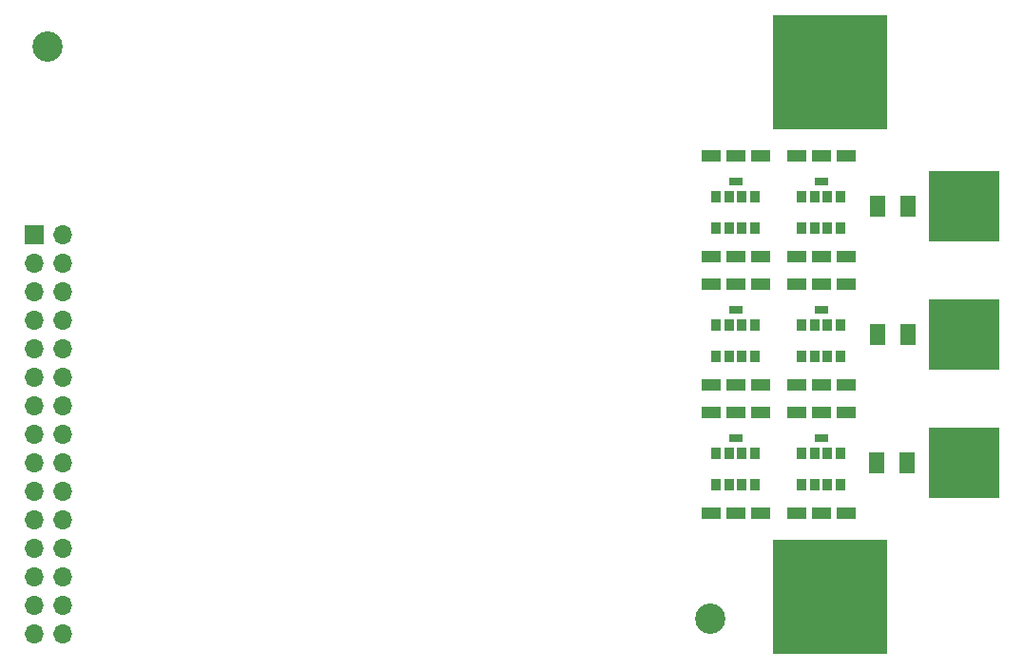
<source format=gbs>
%TF.GenerationSoftware,KiCad,Pcbnew,(5.1.7-0-10_14)*%
%TF.CreationDate,2021-01-04T14:16:26+09:00*%
%TF.ProjectId,rotomdriver,726f746f-6d64-4726-9976-65722e6b6963,rev?*%
%TF.SameCoordinates,Original*%
%TF.FileFunction,Soldermask,Bot*%
%TF.FilePolarity,Negative*%
%FSLAX46Y46*%
G04 Gerber Fmt 4.6, Leading zero omitted, Abs format (unit mm)*
G04 Created by KiCad (PCBNEW (5.1.7-0-10_14)) date 2021-01-04 14:16:26*
%MOMM*%
%LPD*%
G01*
G04 APERTURE LIST*
%ADD10C,2.700000*%
%ADD11R,1.700000X1.100000*%
%ADD12R,1.300000X0.700000*%
%ADD13R,0.850000X1.100000*%
%ADD14R,1.440000X1.870000*%
%ADD15C,1.143000*%
%ADD16R,10.160000X10.160000*%
%ADD17R,6.350000X6.350000*%
%ADD18R,1.700000X1.700000*%
%ADD19O,1.700000X1.700000*%
G04 APERTURE END LIST*
D10*
%TO.C,REF\u002A\u002A*%
X62000000Y-54000000D03*
%TD*%
%TO.C,REF\u002A\u002A*%
X3000000Y-3000000D03*
%TD*%
D11*
%TO.C,Q4*%
X62062000Y-21771999D03*
X64262000Y-21771999D03*
X66462000Y-21771999D03*
X62062000Y-12771999D03*
X64262000Y-12771999D03*
X66462000Y-12771999D03*
D12*
X64262000Y-15021999D03*
D13*
X62536999Y-16421999D03*
X63686999Y-16421999D03*
X64836999Y-16421999D03*
X65986999Y-16421999D03*
X62536999Y-19221999D03*
X63686999Y-19221999D03*
X64836999Y-19221999D03*
X65986999Y-19221999D03*
%TD*%
D11*
%TO.C,Q2*%
X69682000Y-33201999D03*
X71882000Y-33201999D03*
X74082000Y-33201999D03*
X69682000Y-24201999D03*
X71882000Y-24201999D03*
X74082000Y-24201999D03*
D12*
X71882000Y-26451999D03*
D13*
X70156999Y-27851999D03*
X71306999Y-27851999D03*
X72456999Y-27851999D03*
X73606999Y-27851999D03*
X70156999Y-30651999D03*
X71306999Y-30651999D03*
X72456999Y-30651999D03*
X73606999Y-30651999D03*
%TD*%
D11*
%TO.C,Q3*%
X69682000Y-44631999D03*
X71882000Y-44631999D03*
X74082000Y-44631999D03*
X69682000Y-35631999D03*
X71882000Y-35631999D03*
X74082000Y-35631999D03*
D12*
X71882000Y-37881999D03*
D13*
X70156999Y-39281999D03*
X71306999Y-39281999D03*
X72456999Y-39281999D03*
X73606999Y-39281999D03*
X70156999Y-42081999D03*
X71306999Y-42081999D03*
X72456999Y-42081999D03*
X73606999Y-42081999D03*
%TD*%
D14*
%TO.C,R6*%
X76822000Y-40132000D03*
X79502000Y-40132000D03*
%TD*%
D15*
%TO.C,P5*%
X76454000Y-55880000D03*
X74549000Y-55880000D03*
X72644000Y-55880000D03*
X70739000Y-55880000D03*
X68834000Y-55880000D03*
X76454000Y-53975000D03*
X74549000Y-53975000D03*
X72644000Y-53975000D03*
X70739000Y-53975000D03*
X68834000Y-53975000D03*
X76454000Y-52070000D03*
X74549000Y-52070000D03*
X72644000Y-52070000D03*
X70739000Y-52070000D03*
X68834000Y-52070000D03*
X76454000Y-50165000D03*
X74549000Y-50165000D03*
X72644000Y-50165000D03*
X70739000Y-50165000D03*
X68834000Y-50165000D03*
X76454000Y-48260000D03*
X74549000Y-48260000D03*
X72644000Y-48260000D03*
X70739000Y-48260000D03*
X68834000Y-48260000D03*
D16*
X72644000Y-52070000D03*
%TD*%
D15*
%TO.C,P1*%
X76454000Y-9144000D03*
X74549000Y-9144000D03*
X72644000Y-9144000D03*
X70739000Y-9144000D03*
X68834000Y-9144000D03*
X76454000Y-7239000D03*
X74549000Y-7239000D03*
X72644000Y-7239000D03*
X70739000Y-7239000D03*
X68834000Y-7239000D03*
X76454000Y-5334000D03*
X74549000Y-5334000D03*
X72644000Y-5334000D03*
X70739000Y-5334000D03*
X68834000Y-5334000D03*
X76454000Y-3429000D03*
X74549000Y-3429000D03*
X72644000Y-3429000D03*
X70739000Y-3429000D03*
X68834000Y-3429000D03*
X76454000Y-1524000D03*
X74549000Y-1524000D03*
X72644000Y-1524000D03*
X70739000Y-1524000D03*
X68834000Y-1524000D03*
D16*
X72644000Y-5334000D03*
%TD*%
D11*
%TO.C,Q6*%
X62062000Y-44631999D03*
X64262000Y-44631999D03*
X66462000Y-44631999D03*
X62062000Y-35631999D03*
X64262000Y-35631999D03*
X66462000Y-35631999D03*
D12*
X64262000Y-37881999D03*
D13*
X62536999Y-39281999D03*
X63686999Y-39281999D03*
X64836999Y-39281999D03*
X65986999Y-39281999D03*
X62536999Y-42081999D03*
X63686999Y-42081999D03*
X64836999Y-42081999D03*
X65986999Y-42081999D03*
%TD*%
D17*
%TO.C,P2*%
X84582000Y-17272000D03*
D15*
X82677000Y-15367000D03*
X84582000Y-15367000D03*
X86487000Y-15367000D03*
X82677000Y-17272000D03*
X84582000Y-17272000D03*
X86487000Y-17272000D03*
X82677000Y-19177000D03*
X84582000Y-19177000D03*
X86487000Y-19177000D03*
%TD*%
D17*
%TO.C,P3*%
X84582000Y-28702000D03*
D15*
X82677000Y-26797000D03*
X84582000Y-26797000D03*
X86487000Y-26797000D03*
X82677000Y-28702000D03*
X84582000Y-28702000D03*
X86487000Y-28702000D03*
X82677000Y-30607000D03*
X84582000Y-30607000D03*
X86487000Y-30607000D03*
%TD*%
%TO.C,P4*%
X86487000Y-42037000D03*
X84582000Y-42037000D03*
X82677000Y-42037000D03*
X86487000Y-40132000D03*
X84582000Y-40132000D03*
X82677000Y-40132000D03*
X86487000Y-38227000D03*
X84582000Y-38227000D03*
X82677000Y-38227000D03*
D17*
X84582000Y-40132000D03*
%TD*%
D13*
%TO.C,Q1*%
X73606999Y-19221999D03*
X72456999Y-19221999D03*
X71306999Y-19221999D03*
X70156999Y-19221999D03*
X73606999Y-16421999D03*
X72456999Y-16421999D03*
X71306999Y-16421999D03*
X70156999Y-16421999D03*
D12*
X71882000Y-15021999D03*
D11*
X74082000Y-12771999D03*
X71882000Y-12771999D03*
X69682000Y-12771999D03*
X74082000Y-21771999D03*
X71882000Y-21771999D03*
X69682000Y-21771999D03*
%TD*%
D13*
%TO.C,Q5*%
X65986999Y-30651999D03*
X64836999Y-30651999D03*
X63686999Y-30651999D03*
X62536999Y-30651999D03*
X65986999Y-27851999D03*
X64836999Y-27851999D03*
X63686999Y-27851999D03*
X62536999Y-27851999D03*
D12*
X64262000Y-26451999D03*
D11*
X66462000Y-24201999D03*
X64262000Y-24201999D03*
X62062000Y-24201999D03*
X66462000Y-33201999D03*
X64262000Y-33201999D03*
X62062000Y-33201999D03*
%TD*%
D14*
%TO.C,R4*%
X79572000Y-17272000D03*
X76892000Y-17272000D03*
%TD*%
%TO.C,R5*%
X76892000Y-28702000D03*
X79572000Y-28702000D03*
%TD*%
D18*
%TO.C,J1*%
X1778000Y-19812000D03*
D19*
X4318000Y-19812000D03*
X1778000Y-22352000D03*
X4318000Y-22352000D03*
X1778000Y-24892000D03*
X4318000Y-24892000D03*
X1778000Y-27432000D03*
X4318000Y-27432000D03*
X1778000Y-29972000D03*
X4318000Y-29972000D03*
X1778000Y-32512000D03*
X4318000Y-32512000D03*
X1778000Y-35052000D03*
X4318000Y-35052000D03*
X1778000Y-37592000D03*
X4318000Y-37592000D03*
X1778000Y-40132000D03*
X4318000Y-40132000D03*
X1778000Y-42672000D03*
X4318000Y-42672000D03*
X1778000Y-45212000D03*
X4318000Y-45212000D03*
X1778000Y-47752000D03*
X4318000Y-47752000D03*
X1778000Y-50292000D03*
X4318000Y-50292000D03*
X1778000Y-52832000D03*
X4318000Y-52832000D03*
X1778000Y-55372000D03*
X4318000Y-55372000D03*
%TD*%
M02*

</source>
